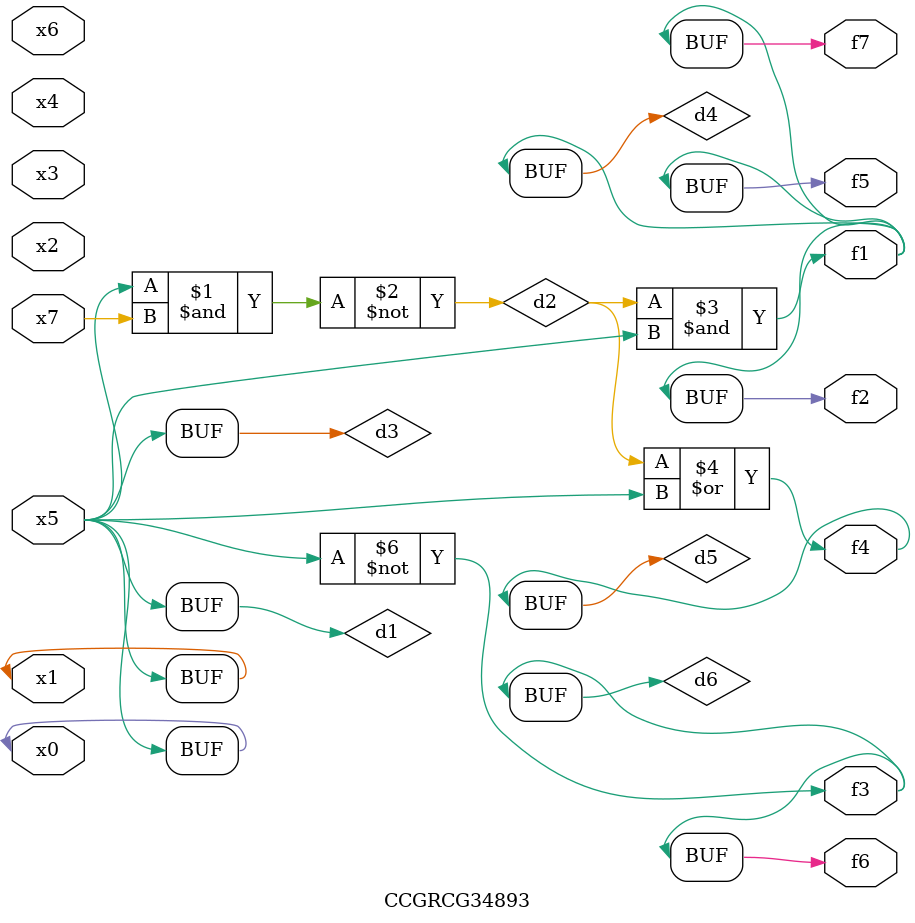
<source format=v>
module CCGRCG34893(
	input x0, x1, x2, x3, x4, x5, x6, x7,
	output f1, f2, f3, f4, f5, f6, f7
);

	wire d1, d2, d3, d4, d5, d6;

	buf (d1, x0, x5);
	nand (d2, x5, x7);
	buf (d3, x0, x1);
	and (d4, d2, d3);
	or (d5, d2, d3);
	nor (d6, d1, d3);
	assign f1 = d4;
	assign f2 = d4;
	assign f3 = d6;
	assign f4 = d5;
	assign f5 = d4;
	assign f6 = d6;
	assign f7 = d4;
endmodule

</source>
